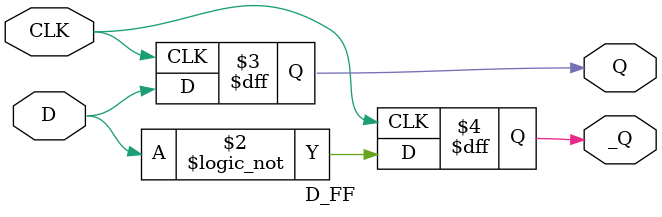
<source format=v>
module D_FF(D, Q, _Q, CLK) ;
	input D, CLK ;
	output reg Q, _Q ;
	always @ (posedge CLK)
	begin
		Q <= D ;
		_Q <= !D ;
	end
endmodule

</source>
